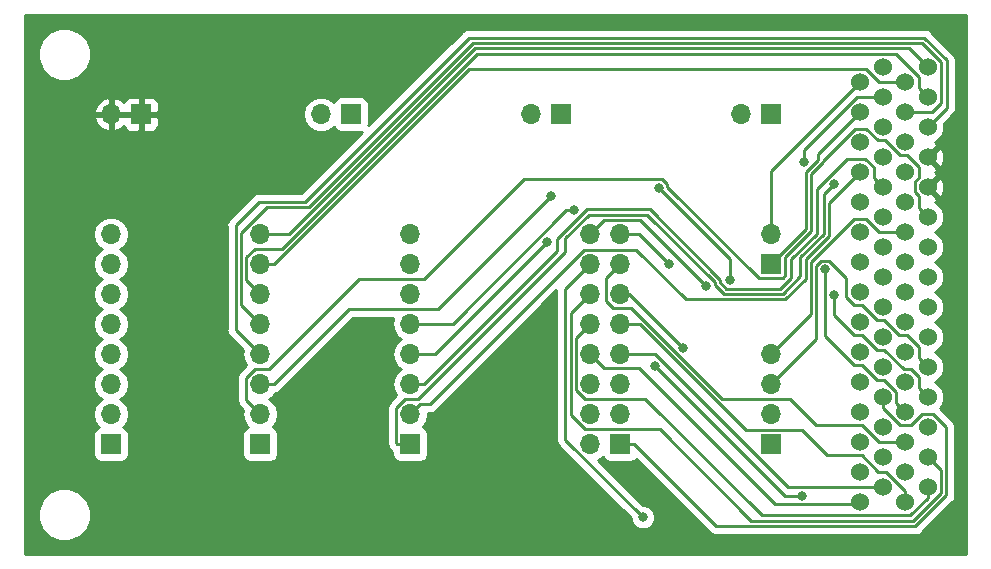
<source format=gbl>
G04 #@! TF.GenerationSoftware,KiCad,Pcbnew,5.0.0-rc2-unknown-5c65881~65~ubuntu17.10.1*
G04 #@! TF.CreationDate,2018-06-23T17:31:34+02:00*
G04 #@! TF.ProjectId,breakout-board,627265616B6F75742D626F6172642E6B,rev?*
G04 #@! TF.SameCoordinates,Original*
G04 #@! TF.FileFunction,Copper,L2,Bot,Signal*
G04 #@! TF.FilePolarity,Positive*
%FSLAX46Y46*%
G04 Gerber Fmt 4.6, Leading zero omitted, Abs format (unit mm)*
G04 Created by KiCad (PCBNEW 5.0.0-rc2-unknown-5c65881~65~ubuntu17.10.1) date Sat Jun 23 17:31:34 2018*
%MOMM*%
%LPD*%
G01*
G04 APERTURE LIST*
G04 #@! TA.AperFunction,ComponentPad*
%ADD10O,1.700000X1.700000*%
G04 #@! TD*
G04 #@! TA.AperFunction,ComponentPad*
%ADD11R,1.700000X1.700000*%
G04 #@! TD*
G04 #@! TA.AperFunction,ComponentPad*
%ADD12C,1.524000*%
G04 #@! TD*
G04 #@! TA.AperFunction,ViaPad*
%ADD13C,0.800000*%
G04 #@! TD*
G04 #@! TA.AperFunction,Conductor*
%ADD14C,0.250000*%
G04 #@! TD*
G04 #@! TA.AperFunction,Conductor*
%ADD15C,0.254000*%
G04 #@! TD*
G04 APERTURE END LIST*
D10*
G04 #@! TO.P,J1,4*
G04 #@! TO.N,/NC4*
X116840000Y-152400000D03*
G04 #@! TO.P,J1,3*
G04 #@! TO.N,/NC3*
X116840000Y-154940000D03*
G04 #@! TO.P,J1,2*
G04 #@! TO.N,/NC2*
X116840000Y-157480000D03*
D11*
G04 #@! TO.P,J1,1*
G04 #@! TO.N,/NC1*
X116840000Y-160020000D03*
G04 #@! TD*
G04 #@! TO.P,J2,1*
G04 #@! TO.N,/PB0*
X60960000Y-160020000D03*
D10*
G04 #@! TO.P,J2,2*
G04 #@! TO.N,/PC7*
X60960000Y-157480000D03*
G04 #@! TO.P,J2,3*
G04 #@! TO.N,/PV*
X60960000Y-154940000D03*
G04 #@! TO.P,J2,4*
G04 #@! TO.N,/PU*
X60960000Y-152400000D03*
G04 #@! TO.P,J2,5*
G04 #@! TO.N,/~INHIBIT*
X60960000Y-149860000D03*
G04 #@! TO.P,J2,6*
G04 #@! TO.N,/~WEX*
X60960000Y-147320000D03*
G04 #@! TO.P,J2,7*
G04 #@! TO.N,/W1*
X60960000Y-144780000D03*
G04 #@! TO.P,J2,8*
G04 #@! TO.N,/INT*
X60960000Y-142240000D03*
G04 #@! TD*
G04 #@! TO.P,J3,8*
G04 #@! TO.N,/OD*
X73580000Y-142240000D03*
G04 #@! TO.P,J3,7*
G04 #@! TO.N,/ME1*
X73580000Y-144780000D03*
G04 #@! TO.P,J3,6*
G04 #@! TO.N,/DME1*
X73580000Y-147320000D03*
G04 #@! TO.P,J3,5*
G04 #@! TO.N,/RW*
X73580000Y-149860000D03*
G04 #@! TO.P,J3,4*
G04 #@! TO.N,/DME0*
X73580000Y-152400000D03*
G04 #@! TO.P,J3,3*
G04 #@! TO.N,/\03A6OS*
X73580000Y-154940000D03*
G04 #@! TO.P,J3,2*
G04 #@! TO.N,/BFO*
X73580000Y-157480000D03*
D11*
G04 #@! TO.P,J3,1*
G04 #@! TO.N,/PB1*
X73580000Y-160020000D03*
G04 #@! TD*
G04 #@! TO.P,J4,1*
G04 #@! TO.N,/~CMTIN*
X116840000Y-144780000D03*
D10*
G04 #@! TO.P,J4,2*
G04 #@! TO.N,/CMTOUT*
X116840000Y-142240000D03*
G04 #@! TD*
D11*
G04 #@! TO.P,J5,1*
G04 #@! TO.N,/AD0*
X104060000Y-160020000D03*
D10*
G04 #@! TO.P,J5,2*
G04 #@! TO.N,/AD1*
X101520000Y-160020000D03*
G04 #@! TO.P,J5,3*
G04 #@! TO.N,/AD2*
X104060000Y-157480000D03*
G04 #@! TO.P,J5,4*
G04 #@! TO.N,/AD3*
X101520000Y-157480000D03*
G04 #@! TO.P,J5,5*
G04 #@! TO.N,/AD4*
X104060000Y-154940000D03*
G04 #@! TO.P,J5,6*
G04 #@! TO.N,/AD5*
X101520000Y-154940000D03*
G04 #@! TO.P,J5,7*
G04 #@! TO.N,/AD6*
X104060000Y-152400000D03*
G04 #@! TO.P,J5,8*
G04 #@! TO.N,/AD7*
X101520000Y-152400000D03*
G04 #@! TO.P,J5,9*
G04 #@! TO.N,/AD8*
X104060000Y-149860000D03*
G04 #@! TO.P,J5,10*
G04 #@! TO.N,/AD9*
X101520000Y-149860000D03*
G04 #@! TO.P,J5,11*
G04 #@! TO.N,/AD10*
X104060000Y-147320000D03*
G04 #@! TO.P,J5,12*
G04 #@! TO.N,/AD11*
X101520000Y-147320000D03*
G04 #@! TO.P,J5,13*
G04 #@! TO.N,/AD12*
X104060000Y-144780000D03*
G04 #@! TO.P,J5,14*
G04 #@! TO.N,/AD13*
X101520000Y-144780000D03*
G04 #@! TO.P,J5,15*
G04 #@! TO.N,/AD14*
X104060000Y-142240000D03*
G04 #@! TO.P,J5,16*
G04 #@! TO.N,/AD15*
X101520000Y-142240000D03*
G04 #@! TD*
D11*
G04 #@! TO.P,J6,1*
G04 #@! TO.N,/D0*
X86280000Y-160020000D03*
D10*
G04 #@! TO.P,J6,2*
G04 #@! TO.N,/D1*
X86280000Y-157480000D03*
G04 #@! TO.P,J6,3*
G04 #@! TO.N,/D2*
X86280000Y-154940000D03*
G04 #@! TO.P,J6,4*
G04 #@! TO.N,/D3*
X86280000Y-152400000D03*
G04 #@! TO.P,J6,5*
G04 #@! TO.N,/D4*
X86280000Y-149860000D03*
G04 #@! TO.P,J6,6*
G04 #@! TO.N,/D5*
X86280000Y-147320000D03*
G04 #@! TO.P,J6,7*
G04 #@! TO.N,/D6*
X86280000Y-144780000D03*
G04 #@! TO.P,J6,8*
G04 #@! TO.N,/D7*
X86280000Y-142240000D03*
G04 #@! TD*
D11*
G04 #@! TO.P,J7,1*
G04 #@! TO.N,/FGND*
X116840000Y-132080000D03*
D10*
G04 #@! TO.P,J7,2*
X114300000Y-132080000D03*
G04 #@! TD*
G04 #@! TO.P,J8,2*
G04 #@! TO.N,+4V7*
X78740000Y-132080000D03*
D11*
G04 #@! TO.P,J8,1*
X81280000Y-132080000D03*
G04 #@! TD*
D10*
G04 #@! TO.P,J9,2*
G04 #@! TO.N,+BATT*
X96520000Y-132080000D03*
D11*
G04 #@! TO.P,J9,1*
X99060000Y-132080000D03*
G04 #@! TD*
G04 #@! TO.P,J10,1*
G04 #@! TO.N,GND*
X63500000Y-132080000D03*
D10*
G04 #@! TO.P,J10,2*
X60960000Y-132080000D03*
G04 #@! TD*
D12*
G04 #@! TO.P,P1,1*
G04 #@! TO.N,/AD7*
X124385000Y-164930000D03*
G04 #@! TO.P,P1,2*
G04 #@! TO.N,/AD6*
X126290000Y-163660000D03*
G04 #@! TO.P,P1,3*
G04 #@! TO.N,/AD5*
X124385000Y-162390000D03*
G04 #@! TO.P,P1,4*
G04 #@! TO.N,/AD4*
X126290000Y-161120000D03*
G04 #@! TO.P,P1,5*
G04 #@! TO.N,/AD3*
X124385000Y-159850000D03*
G04 #@! TO.P,P1,6*
G04 #@! TO.N,/AD2*
X126290000Y-158580000D03*
G04 #@! TO.P,P1,7*
G04 #@! TO.N,/AD1*
X124385000Y-157310000D03*
G04 #@! TO.P,P1,8*
G04 #@! TO.N,/AD0*
X126290000Y-156040000D03*
G04 #@! TO.P,P1,9*
G04 #@! TO.N,/PB0*
X124385000Y-154770000D03*
G04 #@! TO.P,P1,10*
G04 #@! TO.N,/PC7*
X126290000Y-153500000D03*
G04 #@! TO.P,P1,11*
G04 #@! TO.N,+4V7*
X124385000Y-152230000D03*
G04 #@! TO.P,P1,12*
X126290000Y-150960000D03*
G04 #@! TO.P,P1,13*
G04 #@! TO.N,/NC1*
X124385000Y-149690000D03*
G04 #@! TO.P,P1,14*
G04 #@! TO.N,/NC2*
X126290000Y-148420000D03*
G04 #@! TO.P,P1,15*
G04 #@! TO.N,/PV*
X124385000Y-147150000D03*
G04 #@! TO.P,P1,16*
G04 #@! TO.N,/PU*
X126290000Y-145880000D03*
G04 #@! TO.P,P1,17*
G04 #@! TO.N,/D7*
X124385000Y-144610000D03*
G04 #@! TO.P,P1,18*
G04 #@! TO.N,/D6*
X126290000Y-143340000D03*
G04 #@! TO.P,P1,19*
G04 #@! TO.N,/D5*
X124385000Y-142070000D03*
G04 #@! TO.P,P1,20*
G04 #@! TO.N,/D4*
X126290000Y-140800000D03*
G04 #@! TO.P,P1,21*
G04 #@! TO.N,/D3*
X124385000Y-139530000D03*
G04 #@! TO.P,P1,22*
G04 #@! TO.N,/D2*
X126290000Y-138260000D03*
G04 #@! TO.P,P1,23*
G04 #@! TO.N,/D1*
X124385000Y-136990000D03*
G04 #@! TO.P,P1,24*
G04 #@! TO.N,/D0*
X126290000Y-135720000D03*
G04 #@! TO.P,P1,25*
G04 #@! TO.N,/~INHIBIT*
X124385000Y-134450000D03*
G04 #@! TO.P,P1,26*
G04 #@! TO.N,/~WEX*
X126290000Y-133180000D03*
G04 #@! TO.P,P1,27*
G04 #@! TO.N,/~CMTIN*
X124385000Y-131910000D03*
G04 #@! TO.P,P1,28*
G04 #@! TO.N,/W1*
X126290000Y-130640000D03*
G04 #@! TO.P,P1,29*
G04 #@! TO.N,/CMTOUT*
X124385000Y-129370000D03*
G04 #@! TO.P,P1,30*
G04 #@! TO.N,/INT*
X126290000Y-128100000D03*
G04 #@! TO.P,P1,31*
G04 #@! TO.N,/AD8*
X128195000Y-164930000D03*
G04 #@! TO.P,P1,32*
G04 #@! TO.N,/AD9*
X130100000Y-163660000D03*
G04 #@! TO.P,P1,33*
G04 #@! TO.N,/AD10*
X128195000Y-162390000D03*
G04 #@! TO.P,P1,34*
G04 #@! TO.N,/AD11*
X130100000Y-161120000D03*
G04 #@! TO.P,P1,35*
G04 #@! TO.N,/AD12*
X128195000Y-159850000D03*
G04 #@! TO.P,P1,36*
G04 #@! TO.N,/AD13*
X130100000Y-158580000D03*
G04 #@! TO.P,P1,37*
G04 #@! TO.N,/AD14*
X128195000Y-157310000D03*
G04 #@! TO.P,P1,38*
G04 #@! TO.N,/AD15*
X130100000Y-156040000D03*
G04 #@! TO.P,P1,39*
G04 #@! TO.N,/PB1*
X128195000Y-154770000D03*
G04 #@! TO.P,P1,40*
G04 #@! TO.N,/NC3*
X130100000Y-153500000D03*
G04 #@! TO.P,P1,41*
G04 #@! TO.N,+4V7*
X128195000Y-152230000D03*
G04 #@! TO.P,P1,42*
X130100000Y-150960000D03*
G04 #@! TO.P,P1,43*
G04 #@! TO.N,/FGND*
X128195000Y-149690000D03*
G04 #@! TO.P,P1,44*
G04 #@! TO.N,+BATT*
X130100000Y-148420000D03*
G04 #@! TO.P,P1,45*
X128195000Y-147150000D03*
G04 #@! TO.P,P1,46*
X130100000Y-145880000D03*
G04 #@! TO.P,P1,47*
X128195000Y-144610000D03*
G04 #@! TO.P,P1,48*
X130100000Y-143340000D03*
G04 #@! TO.P,P1,49*
G04 #@! TO.N,/NC4*
X128195000Y-142070000D03*
G04 #@! TO.P,P1,50*
G04 #@! TO.N,/BFO*
X130100000Y-140800000D03*
G04 #@! TO.P,P1,51*
G04 #@! TO.N,/\03A6OS*
X128195000Y-139530000D03*
G04 #@! TO.P,P1,52*
G04 #@! TO.N,GND*
X130100000Y-138260000D03*
G04 #@! TO.P,P1,53*
X128195000Y-136990000D03*
G04 #@! TO.P,P1,54*
X130100000Y-135720000D03*
G04 #@! TO.P,P1,55*
X128195000Y-134450000D03*
G04 #@! TO.P,P1,56*
G04 #@! TO.N,/DME0*
X130100000Y-133180000D03*
G04 #@! TO.P,P1,57*
G04 #@! TO.N,/RW*
X128195000Y-131910000D03*
G04 #@! TO.P,P1,58*
G04 #@! TO.N,/DME1*
X130100000Y-130640000D03*
G04 #@! TO.P,P1,59*
G04 #@! TO.N,/ME1*
X128195000Y-129370000D03*
G04 #@! TO.P,P1,60*
G04 #@! TO.N,/OD*
X130100000Y-128100000D03*
G04 #@! TD*
D13*
G04 #@! TO.N,/W1*
X119647600Y-136131800D03*
G04 #@! TO.N,/\03A6OS*
X98234800Y-139041000D03*
G04 #@! TO.N,/AD10*
X109391700Y-151865500D03*
X107030100Y-153406100D03*
X119501100Y-164373100D03*
G04 #@! TO.N,/AD13*
X105979000Y-166207900D03*
G04 #@! TO.N,/AD14*
X108172500Y-144787600D03*
X121406600Y-145195700D03*
G04 #@! TO.N,/AD15*
X111340500Y-146641700D03*
X122131610Y-147391500D03*
G04 #@! TO.N,/D0*
X122181500Y-137976300D03*
G04 #@! TO.N,/D3*
X97899788Y-142879989D03*
G04 #@! TO.N,/D4*
X100132500Y-140232600D03*
G04 #@! TO.N,/D7*
X107347100Y-138315700D03*
X113348800Y-146124200D03*
G04 #@! TD*
D14*
G04 #@! TO.N,/NC4*
X123884901Y-140982999D02*
X120231000Y-144636900D01*
X124864237Y-140982999D02*
X123884901Y-140982999D01*
X120231000Y-149009000D02*
X116840000Y-152400000D01*
X128195000Y-142070000D02*
X125951238Y-142070000D01*
X125951238Y-142070000D02*
X124864237Y-140982999D01*
X120231000Y-144636900D02*
X120231000Y-149009000D01*
G04 #@! TO.N,/NC3*
X121707100Y-144470400D02*
X121106200Y-144470400D01*
X120681300Y-151098700D02*
X116840000Y-154940000D01*
X123192700Y-145956000D02*
X121707100Y-144470400D01*
X120681300Y-144895300D02*
X120681300Y-151098700D01*
X121106200Y-144470400D02*
X120681300Y-144895300D01*
X123192700Y-147566462D02*
X123192700Y-145956000D01*
X123863239Y-148237001D02*
X123192700Y-147566462D01*
X125810763Y-149507001D02*
X124540763Y-148237001D01*
X126403239Y-149507001D02*
X125810763Y-149507001D01*
X124540763Y-148237001D02*
X123863239Y-148237001D01*
X127673239Y-150777001D02*
X126403239Y-149507001D01*
X128350763Y-150777001D02*
X127673239Y-150777001D01*
X129338001Y-151764239D02*
X128350763Y-150777001D01*
X129338001Y-152738001D02*
X129338001Y-151764239D01*
X130100000Y-153500000D02*
X129338001Y-152738001D01*
G04 #@! TO.N,/W1*
X126290000Y-130640000D02*
X124095900Y-130640000D01*
X124095900Y-130640000D02*
X119647600Y-135088300D01*
X119647600Y-135088300D02*
X119647600Y-136131800D01*
G04 #@! TO.N,/OD*
X76032822Y-142240000D02*
X91752922Y-126519900D01*
X128519900Y-126519900D02*
X129338001Y-127338001D01*
X129338001Y-127338001D02*
X130100000Y-128100000D01*
X91752922Y-126519900D02*
X128519900Y-126519900D01*
X73580000Y-142240000D02*
X76032822Y-142240000D01*
G04 #@! TO.N,/ME1*
X74782081Y-144780000D02*
X91290881Y-128271200D01*
X91290881Y-128271200D02*
X124873800Y-128271200D01*
X73580000Y-144780000D02*
X74782081Y-144780000D01*
X124873800Y-128271200D02*
X125972600Y-129370000D01*
X127117370Y-129370000D02*
X128195000Y-129370000D01*
X125972600Y-129370000D02*
X127117370Y-129370000D01*
G04 #@! TO.N,/DME1*
X72404999Y-144215999D02*
X73120998Y-143500000D01*
X73120998Y-143500000D02*
X75409233Y-143500000D01*
X129338001Y-129878001D02*
X130100000Y-130640000D01*
X127382700Y-126970200D02*
X129338001Y-128925501D01*
X129338001Y-128925501D02*
X129338001Y-129878001D01*
X91939033Y-126970200D02*
X127382700Y-126970200D01*
X73580000Y-147320000D02*
X72404999Y-146144999D01*
X72404999Y-146144999D02*
X72404999Y-144215999D01*
X75409233Y-143500000D02*
X91939033Y-126970200D01*
G04 #@! TO.N,/RW*
X131220300Y-127664900D02*
X129613600Y-126058200D01*
X74130987Y-139950011D02*
X71954988Y-142126010D01*
X91578211Y-126058200D02*
X77686400Y-139950011D01*
X128195000Y-131910000D02*
X130455100Y-131910000D01*
X130455100Y-131910000D02*
X131220300Y-131144800D01*
X71954988Y-142126010D02*
X71954988Y-148234988D01*
X129613600Y-126058200D02*
X91578211Y-126058200D01*
X72730001Y-149010001D02*
X73580000Y-149860000D01*
X131220300Y-131144800D02*
X131220300Y-127664900D01*
X71954988Y-148234988D02*
X72730001Y-149010001D01*
X77686400Y-139950011D02*
X74130987Y-139950011D01*
G04 #@! TO.N,/DME0*
X131719200Y-131560800D02*
X130100000Y-133180000D01*
X131719200Y-127526800D02*
X131719200Y-131560800D01*
X129800200Y-125607800D02*
X131719200Y-127526800D01*
X91250000Y-125607800D02*
X129800200Y-125607800D01*
X77357800Y-139500000D02*
X91250000Y-125607800D01*
X77357800Y-139500000D02*
X73500000Y-139500000D01*
X73500000Y-139500000D02*
X71504977Y-141495023D01*
X71504977Y-150324977D02*
X71504977Y-141495023D01*
X73580000Y-152400000D02*
X71504977Y-150324977D01*
G04 #@! TO.N,/\03A6OS*
X74755300Y-154940000D02*
X81105300Y-148590000D01*
X81105300Y-148590000D02*
X88685800Y-148590000D01*
X88685800Y-148590000D02*
X98234800Y-139041000D01*
X73580000Y-154940000D02*
X74755300Y-154940000D01*
G04 #@! TO.N,/BFO*
X73136300Y-153670000D02*
X72404999Y-154401301D01*
X120255911Y-137186189D02*
X120255911Y-142000500D01*
X115823800Y-145972500D02*
X108072400Y-138221100D01*
X120255911Y-142000500D02*
X118058300Y-144198110D01*
X74304800Y-153670000D02*
X73136300Y-153670000D01*
X125862900Y-134290600D02*
X124911900Y-133339600D01*
X129338001Y-140038001D02*
X129338001Y-139035701D01*
X81924800Y-146050000D02*
X74304800Y-153670000D01*
X121270000Y-136172100D02*
X120255911Y-137186189D01*
X117819700Y-145972500D02*
X115823800Y-145972500D01*
X127767900Y-135560600D02*
X126497900Y-134290600D01*
X126497900Y-134290600D02*
X125862900Y-134290600D01*
X72730001Y-156630001D02*
X73580000Y-157480000D01*
X129003000Y-137769500D02*
X129329600Y-137442900D01*
X130100000Y-140800000D02*
X129338001Y-140038001D01*
X129338001Y-139035701D02*
X129003000Y-138700700D01*
X129003000Y-138700700D02*
X129003000Y-137769500D01*
X129329600Y-137442900D02*
X129329600Y-136537100D01*
X95915000Y-137590400D02*
X87455400Y-146050000D01*
X129329600Y-136537100D02*
X128353100Y-135560600D01*
X123956300Y-133339600D02*
X121270000Y-136025900D01*
X128353100Y-135560600D02*
X127767900Y-135560600D01*
X124911900Y-133339600D02*
X123956300Y-133339600D01*
X121270000Y-136025900D02*
X121270000Y-136172100D01*
X118058300Y-144198110D02*
X118058300Y-145733900D01*
X118058300Y-145733900D02*
X117819700Y-145972500D01*
X108072400Y-138221100D02*
X108072400Y-138015200D01*
X108072400Y-138015200D02*
X107647600Y-137590400D01*
X107647600Y-137590400D02*
X95915000Y-137590400D01*
X87455400Y-146050000D02*
X81924800Y-146050000D01*
X72404999Y-154401301D02*
X72404999Y-156304999D01*
X72404999Y-156304999D02*
X72730001Y-156630001D01*
G04 #@! TO.N,/~CMTIN*
X119805900Y-136999300D02*
X119805900Y-141814100D01*
X124385000Y-131910000D02*
X120819700Y-135475300D01*
X120819700Y-135475300D02*
X120819700Y-135985500D01*
X120819700Y-135985500D02*
X119805900Y-136999300D01*
X119805900Y-141814100D02*
X116840000Y-144780000D01*
G04 #@! TO.N,/CMTOUT*
X124385000Y-129370000D02*
X116840000Y-136915000D01*
X116840000Y-136915000D02*
X116840000Y-142240000D01*
G04 #@! TO.N,/AD0*
X104060000Y-160020000D02*
X105235300Y-160020000D01*
X126290000Y-156040000D02*
X126290000Y-156942800D01*
X126290000Y-156942800D02*
X127746300Y-158399100D01*
X127746300Y-158399100D02*
X128693300Y-158399100D01*
X128693300Y-158399100D02*
X129636000Y-157456400D01*
X129636000Y-157456400D02*
X130535400Y-157456400D01*
X130535400Y-157456400D02*
X131664000Y-158585000D01*
X131664000Y-158585000D02*
X131664000Y-164341000D01*
X131664000Y-164341000D02*
X129037600Y-166967400D01*
X129037600Y-166967400D02*
X112182700Y-166967400D01*
X112182700Y-166967400D02*
X105235300Y-160020000D01*
G04 #@! TO.N,/AD6*
X126290000Y-163660000D02*
X126277800Y-163647800D01*
X126277800Y-163647800D02*
X118297600Y-163647800D01*
X118297600Y-163647800D02*
X107049800Y-152400000D01*
X107049800Y-152400000D02*
X104060000Y-152400000D01*
G04 #@! TO.N,/AD7*
X105631400Y-153575300D02*
X117154500Y-165098400D01*
X117154500Y-165098400D02*
X124216600Y-165098400D01*
X124216600Y-165098400D02*
X124385000Y-164930000D01*
X102695300Y-153575300D02*
X101520000Y-152400000D01*
X105631400Y-153575300D02*
X102695300Y-153575300D01*
G04 #@! TO.N,/AD8*
X104060000Y-149860000D02*
X105723600Y-149860000D01*
X105723600Y-149860000D02*
X114708200Y-158844600D01*
X114708200Y-158844600D02*
X119472900Y-158844600D01*
X119472900Y-158844600D02*
X121598400Y-160970100D01*
X121598400Y-160970100D02*
X124502900Y-160970100D01*
X124502900Y-160970100D02*
X125922800Y-162390000D01*
X125922800Y-162390000D02*
X126607700Y-162390000D01*
X126607700Y-162390000D02*
X128195000Y-163977300D01*
X128195000Y-163977300D02*
X128195000Y-164930000D01*
G04 #@! TO.N,/AD9*
X130100000Y-163660000D02*
X130100000Y-164566100D01*
X130100000Y-164566100D02*
X128611000Y-166055100D01*
X128611000Y-166055100D02*
X116034400Y-166055100D01*
X116034400Y-166055100D02*
X106189300Y-156210000D01*
X106189300Y-156210000D02*
X101084000Y-156210000D01*
X100344999Y-155470999D02*
X100344999Y-151035001D01*
X100670001Y-150709999D02*
X101520000Y-149860000D01*
X100344999Y-151035001D02*
X100670001Y-150709999D01*
X101084000Y-156210000D02*
X100344999Y-155470999D01*
G04 #@! TO.N,/AD10*
X119501100Y-164373100D02*
X117997100Y-164373100D01*
X117997100Y-164373100D02*
X107030100Y-153406100D01*
X104846200Y-147320000D02*
X104060000Y-147320000D01*
X109391700Y-151865500D02*
X104846200Y-147320000D01*
G04 #@! TO.N,/AD11*
X130100000Y-161120000D02*
X131194200Y-162214200D01*
X131194200Y-162214200D02*
X131194200Y-164145900D01*
X131194200Y-164145900D02*
X128823100Y-166517000D01*
X128823100Y-166517000D02*
X115179800Y-166517000D01*
X115179800Y-166517000D02*
X107412800Y-158750000D01*
X107412800Y-158750000D02*
X101077200Y-158750000D01*
X101077200Y-158750000D02*
X99889900Y-157562700D01*
X99889900Y-148950100D02*
X101520000Y-147320000D01*
X99889900Y-157562700D02*
X99889900Y-148950100D01*
G04 #@! TO.N,/AD12*
X104996000Y-148495500D02*
X112710500Y-156210000D01*
X112710500Y-156210000D02*
X118409000Y-156210000D01*
X118409000Y-156210000D02*
X120629200Y-158430200D01*
X120629200Y-158430200D02*
X124552800Y-158430200D01*
X124552800Y-158430200D02*
X125972600Y-159850000D01*
X125972600Y-159850000D02*
X128195000Y-159850000D01*
X103210001Y-145629999D02*
X104060000Y-144780000D01*
X102884999Y-145955001D02*
X103210001Y-145629999D01*
X102884999Y-147884001D02*
X102884999Y-145955001D01*
X103496498Y-148495500D02*
X102884999Y-147884001D01*
X104996000Y-148495500D02*
X103496498Y-148495500D01*
G04 #@! TO.N,/AD13*
X99407200Y-159636100D02*
X105979000Y-166207900D01*
X99407200Y-146892800D02*
X101520000Y-144780000D01*
X99407200Y-159636100D02*
X99407200Y-146892800D01*
G04 #@! TO.N,/AD14*
X108172500Y-144787600D02*
X105624900Y-142240000D01*
X105624900Y-142240000D02*
X104060000Y-142240000D01*
X123863239Y-153317001D02*
X121406600Y-150860362D01*
X124540763Y-153317001D02*
X123863239Y-153317001D01*
X125810763Y-154587001D02*
X124540763Y-153317001D01*
X126445763Y-154587001D02*
X125810763Y-154587001D01*
X121406600Y-145761385D02*
X121406600Y-145195700D01*
X127433001Y-155574239D02*
X126445763Y-154587001D01*
X121406600Y-150860362D02*
X121406600Y-145761385D01*
X127433001Y-156548001D02*
X127433001Y-155574239D01*
X128195000Y-157310000D02*
X127433001Y-156548001D01*
G04 #@! TO.N,/AD15*
X105726600Y-141027800D02*
X111340500Y-146641700D01*
X102732200Y-141027800D02*
X105726600Y-141027800D01*
X101520000Y-142240000D02*
X102732200Y-141027800D01*
X130100000Y-156040000D02*
X129338001Y-155278001D01*
X128716761Y-153682999D02*
X128081761Y-153682999D01*
X126445763Y-152047001D02*
X125810763Y-152047001D01*
X129338001Y-155278001D02*
X129338001Y-154304239D01*
X122131610Y-149045372D02*
X122131610Y-147957185D01*
X122131610Y-147957185D02*
X122131610Y-147391500D01*
X124540763Y-150777001D02*
X123863239Y-150777001D01*
X125810763Y-152047001D02*
X124540763Y-150777001D01*
X128081761Y-153682999D02*
X126445763Y-152047001D01*
X123863239Y-150777001D02*
X122131610Y-149045372D01*
X129338001Y-154304239D02*
X128716761Y-153682999D01*
G04 #@! TO.N,/D0*
X99426100Y-142601900D02*
X99426100Y-143735200D01*
X101450500Y-140577500D02*
X99426100Y-142601900D01*
X85180000Y-160020000D02*
X86280000Y-160020000D01*
X85104700Y-156991600D02*
X85104700Y-159944700D01*
X85886300Y-156210000D02*
X85104700Y-156991600D01*
X86951300Y-156210000D02*
X85886300Y-156210000D01*
X106367900Y-140577500D02*
X101450500Y-140577500D01*
X112071300Y-146509300D02*
X112071300Y-146280900D01*
X112861800Y-147299800D02*
X112071300Y-146509300D01*
X85104700Y-159944700D02*
X85180000Y-160020000D01*
X121340400Y-142188830D02*
X119330400Y-144198830D01*
X119330400Y-145815100D02*
X117845700Y-147299800D01*
X121340400Y-138817400D02*
X121340400Y-142188830D01*
X117845700Y-147299800D02*
X112861800Y-147299800D01*
X119330400Y-144198830D02*
X119330400Y-145815100D01*
X112071300Y-146280900D02*
X106367900Y-140577500D01*
X99426100Y-143735200D02*
X86951300Y-156210000D01*
X122181500Y-137976300D02*
X121340400Y-138817400D01*
G04 #@! TO.N,/D1*
X101005000Y-143563000D02*
X105430300Y-143563000D01*
X86280000Y-157480000D02*
X87129999Y-156630001D01*
X123623001Y-137751999D02*
X124385000Y-136990000D01*
X121790800Y-139584200D02*
X123623001Y-137751999D01*
X121790800Y-142374841D02*
X121790800Y-139584200D01*
X119780700Y-144384941D02*
X121790800Y-142374841D01*
X119780700Y-146001700D02*
X119780700Y-144384941D01*
X109617400Y-147750100D02*
X118032300Y-147750100D01*
X87937999Y-156630001D02*
X101005000Y-143563000D01*
X87129999Y-156630001D02*
X87937999Y-156630001D01*
X118032300Y-147750100D02*
X119780700Y-146001700D01*
X105430300Y-143563000D02*
X109617400Y-147750100D01*
G04 #@! TO.N,/D2*
X117579600Y-146849500D02*
X113048400Y-146849500D01*
X118508600Y-145920500D02*
X117579600Y-146849500D01*
X118508600Y-144384220D02*
X118508600Y-145920500D01*
X120705922Y-138426178D02*
X120705922Y-142186900D01*
X124828300Y-135895300D02*
X123236800Y-135895300D01*
X125528001Y-136595001D02*
X124828300Y-135895300D01*
X120705922Y-142186900D02*
X118508600Y-144384220D01*
X126290000Y-138260000D02*
X125528001Y-137498001D01*
X125528001Y-137498001D02*
X125528001Y-136595001D01*
X112521600Y-146094300D02*
X106554500Y-140127200D01*
X123236800Y-135895300D02*
X120705922Y-138426178D01*
X98750700Y-142640400D02*
X98750700Y-143671381D01*
X87482081Y-154940000D02*
X86280000Y-154940000D01*
X98750700Y-143671381D02*
X87482081Y-154940000D01*
X113048400Y-146849500D02*
X112521600Y-146322700D01*
X106554500Y-140127200D02*
X101263900Y-140127200D01*
X101263900Y-140127200D02*
X98750700Y-142640400D01*
X112521600Y-146322700D02*
X112521600Y-146094300D01*
G04 #@! TO.N,/D3*
X86280000Y-152400000D02*
X88379777Y-152400000D01*
X97499789Y-143279988D02*
X97899788Y-142879989D01*
X88379777Y-152400000D02*
X97499789Y-143279988D01*
G04 #@! TO.N,/D4*
X87482081Y-149860000D02*
X86280000Y-149860000D01*
X89889501Y-149860000D02*
X87482081Y-149860000D01*
X100132500Y-140232600D02*
X99516901Y-140232600D01*
X99516901Y-140232600D02*
X89889501Y-149860000D01*
G04 #@! TO.N,/D7*
X113348800Y-146124200D02*
X113348800Y-144317400D01*
X113348800Y-144317400D02*
X107347100Y-138315700D01*
G04 #@! TD*
D15*
G04 #@! TO.N,GND*
G36*
X133315001Y-169315000D02*
X53685000Y-169315000D01*
X53685000Y-165555431D01*
X54765000Y-165555431D01*
X54765000Y-166444569D01*
X55105259Y-167266026D01*
X55733974Y-167894741D01*
X56555431Y-168235000D01*
X57444569Y-168235000D01*
X58266026Y-167894741D01*
X58894741Y-167266026D01*
X59235000Y-166444569D01*
X59235000Y-165555431D01*
X58894741Y-164733974D01*
X58266026Y-164105259D01*
X57444569Y-163765000D01*
X56555431Y-163765000D01*
X55733974Y-164105259D01*
X55105259Y-164733974D01*
X54765000Y-165555431D01*
X53685000Y-165555431D01*
X53685000Y-142240000D01*
X59445908Y-142240000D01*
X59561161Y-142819418D01*
X59889375Y-143310625D01*
X60187761Y-143510000D01*
X59889375Y-143709375D01*
X59561161Y-144200582D01*
X59445908Y-144780000D01*
X59561161Y-145359418D01*
X59889375Y-145850625D01*
X60187761Y-146050000D01*
X59889375Y-146249375D01*
X59561161Y-146740582D01*
X59445908Y-147320000D01*
X59561161Y-147899418D01*
X59889375Y-148390625D01*
X60187761Y-148590000D01*
X59889375Y-148789375D01*
X59561161Y-149280582D01*
X59445908Y-149860000D01*
X59561161Y-150439418D01*
X59889375Y-150930625D01*
X60187761Y-151130000D01*
X59889375Y-151329375D01*
X59561161Y-151820582D01*
X59445908Y-152400000D01*
X59561161Y-152979418D01*
X59889375Y-153470625D01*
X60187761Y-153670000D01*
X59889375Y-153869375D01*
X59561161Y-154360582D01*
X59445908Y-154940000D01*
X59561161Y-155519418D01*
X59889375Y-156010625D01*
X60187761Y-156210000D01*
X59889375Y-156409375D01*
X59561161Y-156900582D01*
X59445908Y-157480000D01*
X59561161Y-158059418D01*
X59889375Y-158550625D01*
X59907619Y-158562816D01*
X59862235Y-158571843D01*
X59652191Y-158712191D01*
X59511843Y-158922235D01*
X59462560Y-159170000D01*
X59462560Y-160870000D01*
X59511843Y-161117765D01*
X59652191Y-161327809D01*
X59862235Y-161468157D01*
X60110000Y-161517440D01*
X61810000Y-161517440D01*
X62057765Y-161468157D01*
X62267809Y-161327809D01*
X62408157Y-161117765D01*
X62457440Y-160870000D01*
X62457440Y-159170000D01*
X62408157Y-158922235D01*
X62267809Y-158712191D01*
X62057765Y-158571843D01*
X62012381Y-158562816D01*
X62030625Y-158550625D01*
X62358839Y-158059418D01*
X62474092Y-157480000D01*
X62358839Y-156900582D01*
X62030625Y-156409375D01*
X61732239Y-156210000D01*
X62030625Y-156010625D01*
X62358839Y-155519418D01*
X62474092Y-154940000D01*
X62358839Y-154360582D01*
X62030625Y-153869375D01*
X61732239Y-153670000D01*
X62030625Y-153470625D01*
X62358839Y-152979418D01*
X62474092Y-152400000D01*
X62358839Y-151820582D01*
X62030625Y-151329375D01*
X61732239Y-151130000D01*
X62030625Y-150930625D01*
X62358839Y-150439418D01*
X62474092Y-149860000D01*
X62358839Y-149280582D01*
X62030625Y-148789375D01*
X61732239Y-148590000D01*
X62030625Y-148390625D01*
X62358839Y-147899418D01*
X62474092Y-147320000D01*
X62358839Y-146740582D01*
X62030625Y-146249375D01*
X61732239Y-146050000D01*
X62030625Y-145850625D01*
X62358839Y-145359418D01*
X62474092Y-144780000D01*
X62358839Y-144200582D01*
X62030625Y-143709375D01*
X61732239Y-143510000D01*
X62030625Y-143310625D01*
X62358839Y-142819418D01*
X62474092Y-142240000D01*
X62358839Y-141660582D01*
X62248217Y-141495023D01*
X70730089Y-141495023D01*
X70744978Y-141569875D01*
X70744977Y-150250130D01*
X70730089Y-150324977D01*
X70744977Y-150399824D01*
X70744977Y-150399828D01*
X70789073Y-150621513D01*
X70957048Y-150872906D01*
X71020507Y-150915308D01*
X72138791Y-152033592D01*
X72065908Y-152400000D01*
X72181161Y-152979418D01*
X72409839Y-153321659D01*
X71920529Y-153810970D01*
X71857070Y-153853372D01*
X71689095Y-154104765D01*
X71644999Y-154326450D01*
X71644999Y-154326454D01*
X71630111Y-154401301D01*
X71644999Y-154476148D01*
X71645000Y-156230147D01*
X71630111Y-156304999D01*
X71645000Y-156379851D01*
X71678447Y-156548001D01*
X71689096Y-156601536D01*
X71813562Y-156787812D01*
X71857071Y-156852928D01*
X71920527Y-156895328D01*
X72138791Y-157113592D01*
X72065908Y-157480000D01*
X72181161Y-158059418D01*
X72509375Y-158550625D01*
X72527619Y-158562816D01*
X72482235Y-158571843D01*
X72272191Y-158712191D01*
X72131843Y-158922235D01*
X72082560Y-159170000D01*
X72082560Y-160870000D01*
X72131843Y-161117765D01*
X72272191Y-161327809D01*
X72482235Y-161468157D01*
X72730000Y-161517440D01*
X74430000Y-161517440D01*
X74677765Y-161468157D01*
X74887809Y-161327809D01*
X75028157Y-161117765D01*
X75077440Y-160870000D01*
X75077440Y-159170000D01*
X75028157Y-158922235D01*
X74887809Y-158712191D01*
X74677765Y-158571843D01*
X74632381Y-158562816D01*
X74650625Y-158550625D01*
X74978839Y-158059418D01*
X75094092Y-157480000D01*
X74978839Y-156900582D01*
X74650625Y-156409375D01*
X74352239Y-156210000D01*
X74650625Y-156010625D01*
X74862474Y-155693571D01*
X75051837Y-155655904D01*
X75303229Y-155487929D01*
X75345631Y-155424470D01*
X81420102Y-149350000D01*
X84867353Y-149350000D01*
X84765908Y-149860000D01*
X84881161Y-150439418D01*
X85209375Y-150930625D01*
X85507761Y-151130000D01*
X85209375Y-151329375D01*
X84881161Y-151820582D01*
X84765908Y-152400000D01*
X84881161Y-152979418D01*
X85209375Y-153470625D01*
X85507761Y-153670000D01*
X85209375Y-153869375D01*
X84881161Y-154360582D01*
X84765908Y-154940000D01*
X84881161Y-155519418D01*
X85129866Y-155891632D01*
X84620229Y-156401269D01*
X84556771Y-156443671D01*
X84388796Y-156695064D01*
X84344700Y-156916749D01*
X84344700Y-156916753D01*
X84329812Y-156991600D01*
X84344700Y-157066447D01*
X84344701Y-159869848D01*
X84329812Y-159944700D01*
X84388797Y-160241237D01*
X84497617Y-160404097D01*
X84556772Y-160492629D01*
X84601909Y-160522789D01*
X84632071Y-160567929D01*
X84782560Y-160668483D01*
X84782560Y-160870000D01*
X84831843Y-161117765D01*
X84972191Y-161327809D01*
X85182235Y-161468157D01*
X85430000Y-161517440D01*
X87130000Y-161517440D01*
X87377765Y-161468157D01*
X87587809Y-161327809D01*
X87728157Y-161117765D01*
X87777440Y-160870000D01*
X87777440Y-159170000D01*
X87728157Y-158922235D01*
X87587809Y-158712191D01*
X87377765Y-158571843D01*
X87332381Y-158562816D01*
X87350625Y-158550625D01*
X87678839Y-158059418D01*
X87794092Y-157480000D01*
X87776190Y-157390001D01*
X87863152Y-157390001D01*
X87937999Y-157404889D01*
X88012846Y-157390001D01*
X88012851Y-157390001D01*
X88234536Y-157345905D01*
X88485928Y-157177930D01*
X88528330Y-157114471D01*
X98647201Y-146995601D01*
X98647200Y-159561253D01*
X98632312Y-159636100D01*
X98647200Y-159710947D01*
X98647200Y-159710951D01*
X98691296Y-159932636D01*
X98859271Y-160184029D01*
X98922730Y-160226431D01*
X104944000Y-166247702D01*
X104944000Y-166413774D01*
X105101569Y-166794180D01*
X105392720Y-167085331D01*
X105773126Y-167242900D01*
X106184874Y-167242900D01*
X106565280Y-167085331D01*
X106856431Y-166794180D01*
X107014000Y-166413774D01*
X107014000Y-166002026D01*
X106856431Y-165621620D01*
X106565280Y-165330469D01*
X106184874Y-165172900D01*
X106018802Y-165172900D01*
X102198522Y-161352620D01*
X102590625Y-161090625D01*
X102602816Y-161072381D01*
X102611843Y-161117765D01*
X102752191Y-161327809D01*
X102962235Y-161468157D01*
X103210000Y-161517440D01*
X104910000Y-161517440D01*
X105157765Y-161468157D01*
X105367809Y-161327809D01*
X105408063Y-161267565D01*
X111592373Y-167451876D01*
X111634771Y-167515329D01*
X111698224Y-167557727D01*
X111698226Y-167557729D01*
X111823602Y-167641502D01*
X111886163Y-167683304D01*
X112107848Y-167727400D01*
X112107852Y-167727400D01*
X112182699Y-167742288D01*
X112257546Y-167727400D01*
X128962753Y-167727400D01*
X129037600Y-167742288D01*
X129112447Y-167727400D01*
X129112452Y-167727400D01*
X129334137Y-167683304D01*
X129585529Y-167515329D01*
X129627931Y-167451870D01*
X132148473Y-164931329D01*
X132211929Y-164888929D01*
X132379904Y-164637537D01*
X132424000Y-164415852D01*
X132424000Y-164415848D01*
X132438888Y-164341000D01*
X132424000Y-164266152D01*
X132424000Y-158659846D01*
X132438888Y-158584999D01*
X132424000Y-158510152D01*
X132424000Y-158510148D01*
X132379904Y-158288463D01*
X132276470Y-158133663D01*
X132254329Y-158100526D01*
X132254327Y-158100524D01*
X132211929Y-158037071D01*
X132148476Y-157994673D01*
X131134729Y-156980928D01*
X131284320Y-156831337D01*
X131497000Y-156317881D01*
X131497000Y-155762119D01*
X131284320Y-155248663D01*
X130891337Y-154855680D01*
X130684487Y-154770000D01*
X130891337Y-154684320D01*
X131284320Y-154291337D01*
X131497000Y-153777881D01*
X131497000Y-153222119D01*
X131284320Y-152708663D01*
X130891337Y-152315680D01*
X130684487Y-152230000D01*
X130891337Y-152144320D01*
X131284320Y-151751337D01*
X131497000Y-151237881D01*
X131497000Y-150682119D01*
X131284320Y-150168663D01*
X130891337Y-149775680D01*
X130684487Y-149690000D01*
X130891337Y-149604320D01*
X131284320Y-149211337D01*
X131497000Y-148697881D01*
X131497000Y-148142119D01*
X131284320Y-147628663D01*
X130891337Y-147235680D01*
X130684487Y-147150000D01*
X130891337Y-147064320D01*
X131284320Y-146671337D01*
X131497000Y-146157881D01*
X131497000Y-145602119D01*
X131284320Y-145088663D01*
X130891337Y-144695680D01*
X130684487Y-144610000D01*
X130891337Y-144524320D01*
X131284320Y-144131337D01*
X131497000Y-143617881D01*
X131497000Y-143062119D01*
X131284320Y-142548663D01*
X130891337Y-142155680D01*
X130684487Y-142070000D01*
X130891337Y-141984320D01*
X131284320Y-141591337D01*
X131497000Y-141077881D01*
X131497000Y-140522119D01*
X131284320Y-140008663D01*
X130891337Y-139615680D01*
X130700353Y-139536572D01*
X130831143Y-139482397D01*
X130900608Y-139240213D01*
X130100000Y-138439605D01*
X130085858Y-138453748D01*
X129906253Y-138274143D01*
X129920395Y-138260000D01*
X130279605Y-138260000D01*
X131080213Y-139060608D01*
X131322397Y-138991143D01*
X131509144Y-138467698D01*
X131481362Y-137912632D01*
X131322397Y-137528857D01*
X131080213Y-137459392D01*
X130279605Y-138260000D01*
X129920395Y-138260000D01*
X129906253Y-138245858D01*
X130085858Y-138066253D01*
X130100000Y-138080395D01*
X130900608Y-137279787D01*
X130831143Y-137037603D01*
X130707656Y-136993547D01*
X130831143Y-136942397D01*
X130900608Y-136700213D01*
X130100000Y-135899605D01*
X130085858Y-135913748D01*
X129906253Y-135734143D01*
X129920395Y-135720000D01*
X130279605Y-135720000D01*
X131080213Y-136520608D01*
X131322397Y-136451143D01*
X131509144Y-135927698D01*
X131481362Y-135372632D01*
X131322397Y-134988857D01*
X131080213Y-134919392D01*
X130279605Y-135720000D01*
X129920395Y-135720000D01*
X129906253Y-135705858D01*
X130085858Y-135526253D01*
X130100000Y-135540395D01*
X130900608Y-134739787D01*
X130831143Y-134497603D01*
X130690607Y-134447465D01*
X130891337Y-134364320D01*
X131284320Y-133971337D01*
X131497000Y-133457881D01*
X131497000Y-132902119D01*
X131484020Y-132870782D01*
X132203673Y-132151129D01*
X132267129Y-132108729D01*
X132435104Y-131857337D01*
X132479200Y-131635652D01*
X132479200Y-131635648D01*
X132494088Y-131560800D01*
X132479200Y-131485952D01*
X132479200Y-127601648D01*
X132494088Y-127526800D01*
X132479200Y-127451952D01*
X132479200Y-127451948D01*
X132435104Y-127230263D01*
X132435104Y-127230262D01*
X132309529Y-127042327D01*
X132267129Y-126978871D01*
X132203673Y-126936471D01*
X130390531Y-125123330D01*
X130348129Y-125059871D01*
X130096737Y-124891896D01*
X129875052Y-124847800D01*
X129875047Y-124847800D01*
X129800200Y-124832912D01*
X129725353Y-124847800D01*
X91324848Y-124847800D01*
X91250000Y-124832912D01*
X91175152Y-124847800D01*
X91175148Y-124847800D01*
X91001605Y-124882320D01*
X90953462Y-124891896D01*
X90766418Y-125016876D01*
X90702071Y-125059871D01*
X90659671Y-125123327D01*
X82758679Y-133024320D01*
X82777440Y-132930000D01*
X82777440Y-131230000D01*
X82728157Y-130982235D01*
X82587809Y-130772191D01*
X82377765Y-130631843D01*
X82130000Y-130582560D01*
X80430000Y-130582560D01*
X80182235Y-130631843D01*
X79972191Y-130772191D01*
X79831843Y-130982235D01*
X79822816Y-131027619D01*
X79810625Y-131009375D01*
X79319418Y-130681161D01*
X78886256Y-130595000D01*
X78593744Y-130595000D01*
X78160582Y-130681161D01*
X77669375Y-131009375D01*
X77341161Y-131500582D01*
X77225908Y-132080000D01*
X77341161Y-132659418D01*
X77669375Y-133150625D01*
X78160582Y-133478839D01*
X78593744Y-133565000D01*
X78886256Y-133565000D01*
X79319418Y-133478839D01*
X79810625Y-133150625D01*
X79822816Y-133132381D01*
X79831843Y-133177765D01*
X79972191Y-133387809D01*
X80182235Y-133528157D01*
X80430000Y-133577440D01*
X82130000Y-133577440D01*
X82224320Y-133558679D01*
X77042999Y-138740000D01*
X73574848Y-138740000D01*
X73500000Y-138725112D01*
X73425152Y-138740000D01*
X73425148Y-138740000D01*
X73203463Y-138784096D01*
X72952071Y-138952071D01*
X72909671Y-139015527D01*
X71020505Y-140904694D01*
X70957049Y-140947094D01*
X70914649Y-141010550D01*
X70914648Y-141010551D01*
X70789074Y-141198486D01*
X70730089Y-141495023D01*
X62248217Y-141495023D01*
X62030625Y-141169375D01*
X61539418Y-140841161D01*
X61106256Y-140755000D01*
X60813744Y-140755000D01*
X60380582Y-140841161D01*
X59889375Y-141169375D01*
X59561161Y-141660582D01*
X59445908Y-142240000D01*
X53685000Y-142240000D01*
X53685000Y-132436892D01*
X59518514Y-132436892D01*
X59764817Y-132961358D01*
X60193076Y-133351645D01*
X60603110Y-133521476D01*
X60833000Y-133400155D01*
X60833000Y-132207000D01*
X61087000Y-132207000D01*
X61087000Y-133400155D01*
X61316890Y-133521476D01*
X61726924Y-133351645D01*
X62024864Y-133080122D01*
X62111673Y-133289698D01*
X62290301Y-133468327D01*
X62523690Y-133565000D01*
X63214250Y-133565000D01*
X63373000Y-133406250D01*
X63373000Y-132207000D01*
X63627000Y-132207000D01*
X63627000Y-133406250D01*
X63785750Y-133565000D01*
X64476310Y-133565000D01*
X64709699Y-133468327D01*
X64888327Y-133289698D01*
X64985000Y-133056309D01*
X64985000Y-132365750D01*
X64826250Y-132207000D01*
X63627000Y-132207000D01*
X63373000Y-132207000D01*
X61087000Y-132207000D01*
X60833000Y-132207000D01*
X59639181Y-132207000D01*
X59518514Y-132436892D01*
X53685000Y-132436892D01*
X53685000Y-131723108D01*
X59518514Y-131723108D01*
X59639181Y-131953000D01*
X60833000Y-131953000D01*
X60833000Y-130759845D01*
X61087000Y-130759845D01*
X61087000Y-131953000D01*
X63373000Y-131953000D01*
X63373000Y-130753750D01*
X63627000Y-130753750D01*
X63627000Y-131953000D01*
X64826250Y-131953000D01*
X64985000Y-131794250D01*
X64985000Y-131103691D01*
X64888327Y-130870302D01*
X64709699Y-130691673D01*
X64476310Y-130595000D01*
X63785750Y-130595000D01*
X63627000Y-130753750D01*
X63373000Y-130753750D01*
X63214250Y-130595000D01*
X62523690Y-130595000D01*
X62290301Y-130691673D01*
X62111673Y-130870302D01*
X62024864Y-131079878D01*
X61726924Y-130808355D01*
X61316890Y-130638524D01*
X61087000Y-130759845D01*
X60833000Y-130759845D01*
X60603110Y-130638524D01*
X60193076Y-130808355D01*
X59764817Y-131198642D01*
X59518514Y-131723108D01*
X53685000Y-131723108D01*
X53685000Y-126555431D01*
X54765000Y-126555431D01*
X54765000Y-127444569D01*
X55105259Y-128266026D01*
X55733974Y-128894741D01*
X56555431Y-129235000D01*
X57444569Y-129235000D01*
X58266026Y-128894741D01*
X58894741Y-128266026D01*
X59235000Y-127444569D01*
X59235000Y-126555431D01*
X58894741Y-125733974D01*
X58266026Y-125105259D01*
X57444569Y-124765000D01*
X56555431Y-124765000D01*
X55733974Y-125105259D01*
X55105259Y-125733974D01*
X54765000Y-126555431D01*
X53685000Y-126555431D01*
X53685000Y-123685000D01*
X133315000Y-123685000D01*
X133315001Y-169315000D01*
X133315001Y-169315000D01*
G37*
X133315001Y-169315000D02*
X53685000Y-169315000D01*
X53685000Y-165555431D01*
X54765000Y-165555431D01*
X54765000Y-166444569D01*
X55105259Y-167266026D01*
X55733974Y-167894741D01*
X56555431Y-168235000D01*
X57444569Y-168235000D01*
X58266026Y-167894741D01*
X58894741Y-167266026D01*
X59235000Y-166444569D01*
X59235000Y-165555431D01*
X58894741Y-164733974D01*
X58266026Y-164105259D01*
X57444569Y-163765000D01*
X56555431Y-163765000D01*
X55733974Y-164105259D01*
X55105259Y-164733974D01*
X54765000Y-165555431D01*
X53685000Y-165555431D01*
X53685000Y-142240000D01*
X59445908Y-142240000D01*
X59561161Y-142819418D01*
X59889375Y-143310625D01*
X60187761Y-143510000D01*
X59889375Y-143709375D01*
X59561161Y-144200582D01*
X59445908Y-144780000D01*
X59561161Y-145359418D01*
X59889375Y-145850625D01*
X60187761Y-146050000D01*
X59889375Y-146249375D01*
X59561161Y-146740582D01*
X59445908Y-147320000D01*
X59561161Y-147899418D01*
X59889375Y-148390625D01*
X60187761Y-148590000D01*
X59889375Y-148789375D01*
X59561161Y-149280582D01*
X59445908Y-149860000D01*
X59561161Y-150439418D01*
X59889375Y-150930625D01*
X60187761Y-151130000D01*
X59889375Y-151329375D01*
X59561161Y-151820582D01*
X59445908Y-152400000D01*
X59561161Y-152979418D01*
X59889375Y-153470625D01*
X60187761Y-153670000D01*
X59889375Y-153869375D01*
X59561161Y-154360582D01*
X59445908Y-154940000D01*
X59561161Y-155519418D01*
X59889375Y-156010625D01*
X60187761Y-156210000D01*
X59889375Y-156409375D01*
X59561161Y-156900582D01*
X59445908Y-157480000D01*
X59561161Y-158059418D01*
X59889375Y-158550625D01*
X59907619Y-158562816D01*
X59862235Y-158571843D01*
X59652191Y-158712191D01*
X59511843Y-158922235D01*
X59462560Y-159170000D01*
X59462560Y-160870000D01*
X59511843Y-161117765D01*
X59652191Y-161327809D01*
X59862235Y-161468157D01*
X60110000Y-161517440D01*
X61810000Y-161517440D01*
X62057765Y-161468157D01*
X62267809Y-161327809D01*
X62408157Y-161117765D01*
X62457440Y-160870000D01*
X62457440Y-159170000D01*
X62408157Y-158922235D01*
X62267809Y-158712191D01*
X62057765Y-158571843D01*
X62012381Y-158562816D01*
X62030625Y-158550625D01*
X62358839Y-158059418D01*
X62474092Y-157480000D01*
X62358839Y-156900582D01*
X62030625Y-156409375D01*
X61732239Y-156210000D01*
X62030625Y-156010625D01*
X62358839Y-155519418D01*
X62474092Y-154940000D01*
X62358839Y-154360582D01*
X62030625Y-153869375D01*
X61732239Y-153670000D01*
X62030625Y-153470625D01*
X62358839Y-152979418D01*
X62474092Y-152400000D01*
X62358839Y-151820582D01*
X62030625Y-151329375D01*
X61732239Y-151130000D01*
X62030625Y-150930625D01*
X62358839Y-150439418D01*
X62474092Y-149860000D01*
X62358839Y-149280582D01*
X62030625Y-148789375D01*
X61732239Y-148590000D01*
X62030625Y-148390625D01*
X62358839Y-147899418D01*
X62474092Y-147320000D01*
X62358839Y-146740582D01*
X62030625Y-146249375D01*
X61732239Y-146050000D01*
X62030625Y-145850625D01*
X62358839Y-145359418D01*
X62474092Y-144780000D01*
X62358839Y-144200582D01*
X62030625Y-143709375D01*
X61732239Y-143510000D01*
X62030625Y-143310625D01*
X62358839Y-142819418D01*
X62474092Y-142240000D01*
X62358839Y-141660582D01*
X62248217Y-141495023D01*
X70730089Y-141495023D01*
X70744978Y-141569875D01*
X70744977Y-150250130D01*
X70730089Y-150324977D01*
X70744977Y-150399824D01*
X70744977Y-150399828D01*
X70789073Y-150621513D01*
X70957048Y-150872906D01*
X71020507Y-150915308D01*
X72138791Y-152033592D01*
X72065908Y-152400000D01*
X72181161Y-152979418D01*
X72409839Y-153321659D01*
X71920529Y-153810970D01*
X71857070Y-153853372D01*
X71689095Y-154104765D01*
X71644999Y-154326450D01*
X71644999Y-154326454D01*
X71630111Y-154401301D01*
X71644999Y-154476148D01*
X71645000Y-156230147D01*
X71630111Y-156304999D01*
X71645000Y-156379851D01*
X71678447Y-156548001D01*
X71689096Y-156601536D01*
X71813562Y-156787812D01*
X71857071Y-156852928D01*
X71920527Y-156895328D01*
X72138791Y-157113592D01*
X72065908Y-157480000D01*
X72181161Y-158059418D01*
X72509375Y-158550625D01*
X72527619Y-158562816D01*
X72482235Y-158571843D01*
X72272191Y-158712191D01*
X72131843Y-158922235D01*
X72082560Y-159170000D01*
X72082560Y-160870000D01*
X72131843Y-161117765D01*
X72272191Y-161327809D01*
X72482235Y-161468157D01*
X72730000Y-161517440D01*
X74430000Y-161517440D01*
X74677765Y-161468157D01*
X74887809Y-161327809D01*
X75028157Y-161117765D01*
X75077440Y-160870000D01*
X75077440Y-159170000D01*
X75028157Y-158922235D01*
X74887809Y-158712191D01*
X74677765Y-158571843D01*
X74632381Y-158562816D01*
X74650625Y-158550625D01*
X74978839Y-158059418D01*
X75094092Y-157480000D01*
X74978839Y-156900582D01*
X74650625Y-156409375D01*
X74352239Y-156210000D01*
X74650625Y-156010625D01*
X74862474Y-155693571D01*
X75051837Y-155655904D01*
X75303229Y-155487929D01*
X75345631Y-155424470D01*
X81420102Y-149350000D01*
X84867353Y-149350000D01*
X84765908Y-149860000D01*
X84881161Y-150439418D01*
X85209375Y-150930625D01*
X85507761Y-151130000D01*
X85209375Y-151329375D01*
X84881161Y-151820582D01*
X84765908Y-152400000D01*
X84881161Y-152979418D01*
X85209375Y-153470625D01*
X85507761Y-153670000D01*
X85209375Y-153869375D01*
X84881161Y-154360582D01*
X84765908Y-154940000D01*
X84881161Y-155519418D01*
X85129866Y-155891632D01*
X84620229Y-156401269D01*
X84556771Y-156443671D01*
X84388796Y-156695064D01*
X84344700Y-156916749D01*
X84344700Y-156916753D01*
X84329812Y-156991600D01*
X84344700Y-157066447D01*
X84344701Y-159869848D01*
X84329812Y-159944700D01*
X84388797Y-160241237D01*
X84497617Y-160404097D01*
X84556772Y-160492629D01*
X84601909Y-160522789D01*
X84632071Y-160567929D01*
X84782560Y-160668483D01*
X84782560Y-160870000D01*
X84831843Y-161117765D01*
X84972191Y-161327809D01*
X85182235Y-161468157D01*
X85430000Y-161517440D01*
X87130000Y-161517440D01*
X87377765Y-161468157D01*
X87587809Y-161327809D01*
X87728157Y-161117765D01*
X87777440Y-160870000D01*
X87777440Y-159170000D01*
X87728157Y-158922235D01*
X87587809Y-158712191D01*
X87377765Y-158571843D01*
X87332381Y-158562816D01*
X87350625Y-158550625D01*
X87678839Y-158059418D01*
X87794092Y-157480000D01*
X87776190Y-157390001D01*
X87863152Y-157390001D01*
X87937999Y-157404889D01*
X88012846Y-157390001D01*
X88012851Y-157390001D01*
X88234536Y-157345905D01*
X88485928Y-157177930D01*
X88528330Y-157114471D01*
X98647201Y-146995601D01*
X98647200Y-159561253D01*
X98632312Y-159636100D01*
X98647200Y-159710947D01*
X98647200Y-159710951D01*
X98691296Y-159932636D01*
X98859271Y-160184029D01*
X98922730Y-160226431D01*
X104944000Y-166247702D01*
X104944000Y-166413774D01*
X105101569Y-166794180D01*
X105392720Y-167085331D01*
X105773126Y-167242900D01*
X106184874Y-167242900D01*
X106565280Y-167085331D01*
X106856431Y-166794180D01*
X107014000Y-166413774D01*
X107014000Y-166002026D01*
X106856431Y-165621620D01*
X106565280Y-165330469D01*
X106184874Y-165172900D01*
X106018802Y-165172900D01*
X102198522Y-161352620D01*
X102590625Y-161090625D01*
X102602816Y-161072381D01*
X102611843Y-161117765D01*
X102752191Y-161327809D01*
X102962235Y-161468157D01*
X103210000Y-161517440D01*
X104910000Y-161517440D01*
X105157765Y-161468157D01*
X105367809Y-161327809D01*
X105408063Y-161267565D01*
X111592373Y-167451876D01*
X111634771Y-167515329D01*
X111698224Y-167557727D01*
X111698226Y-167557729D01*
X111823602Y-167641502D01*
X111886163Y-167683304D01*
X112107848Y-167727400D01*
X112107852Y-167727400D01*
X112182699Y-167742288D01*
X112257546Y-167727400D01*
X128962753Y-167727400D01*
X129037600Y-167742288D01*
X129112447Y-167727400D01*
X129112452Y-167727400D01*
X129334137Y-167683304D01*
X129585529Y-167515329D01*
X129627931Y-167451870D01*
X132148473Y-164931329D01*
X132211929Y-164888929D01*
X132379904Y-164637537D01*
X132424000Y-164415852D01*
X132424000Y-164415848D01*
X132438888Y-164341000D01*
X132424000Y-164266152D01*
X132424000Y-158659846D01*
X132438888Y-158584999D01*
X132424000Y-158510152D01*
X132424000Y-158510148D01*
X132379904Y-158288463D01*
X132276470Y-158133663D01*
X132254329Y-158100526D01*
X132254327Y-158100524D01*
X132211929Y-158037071D01*
X132148476Y-157994673D01*
X131134729Y-156980928D01*
X131284320Y-156831337D01*
X131497000Y-156317881D01*
X131497000Y-155762119D01*
X131284320Y-155248663D01*
X130891337Y-154855680D01*
X130684487Y-154770000D01*
X130891337Y-154684320D01*
X131284320Y-154291337D01*
X131497000Y-153777881D01*
X131497000Y-153222119D01*
X131284320Y-152708663D01*
X130891337Y-152315680D01*
X130684487Y-152230000D01*
X130891337Y-152144320D01*
X131284320Y-151751337D01*
X131497000Y-151237881D01*
X131497000Y-150682119D01*
X131284320Y-150168663D01*
X130891337Y-149775680D01*
X130684487Y-149690000D01*
X130891337Y-149604320D01*
X131284320Y-149211337D01*
X131497000Y-148697881D01*
X131497000Y-148142119D01*
X131284320Y-147628663D01*
X130891337Y-147235680D01*
X130684487Y-147150000D01*
X130891337Y-147064320D01*
X131284320Y-146671337D01*
X131497000Y-146157881D01*
X131497000Y-145602119D01*
X131284320Y-145088663D01*
X130891337Y-144695680D01*
X130684487Y-144610000D01*
X130891337Y-144524320D01*
X131284320Y-144131337D01*
X131497000Y-143617881D01*
X131497000Y-143062119D01*
X131284320Y-142548663D01*
X130891337Y-142155680D01*
X130684487Y-142070000D01*
X130891337Y-141984320D01*
X131284320Y-141591337D01*
X131497000Y-141077881D01*
X131497000Y-140522119D01*
X131284320Y-140008663D01*
X130891337Y-139615680D01*
X130700353Y-139536572D01*
X130831143Y-139482397D01*
X130900608Y-139240213D01*
X130100000Y-138439605D01*
X130085858Y-138453748D01*
X129906253Y-138274143D01*
X129920395Y-138260000D01*
X130279605Y-138260000D01*
X131080213Y-139060608D01*
X131322397Y-138991143D01*
X131509144Y-138467698D01*
X131481362Y-137912632D01*
X131322397Y-137528857D01*
X131080213Y-137459392D01*
X130279605Y-138260000D01*
X129920395Y-138260000D01*
X129906253Y-138245858D01*
X130085858Y-138066253D01*
X130100000Y-138080395D01*
X130900608Y-137279787D01*
X130831143Y-137037603D01*
X130707656Y-136993547D01*
X130831143Y-136942397D01*
X130900608Y-136700213D01*
X130100000Y-135899605D01*
X130085858Y-135913748D01*
X129906253Y-135734143D01*
X129920395Y-135720000D01*
X130279605Y-135720000D01*
X131080213Y-136520608D01*
X131322397Y-136451143D01*
X131509144Y-135927698D01*
X131481362Y-135372632D01*
X131322397Y-134988857D01*
X131080213Y-134919392D01*
X130279605Y-135720000D01*
X129920395Y-135720000D01*
X129906253Y-135705858D01*
X130085858Y-135526253D01*
X130100000Y-135540395D01*
X130900608Y-134739787D01*
X130831143Y-134497603D01*
X130690607Y-134447465D01*
X130891337Y-134364320D01*
X131284320Y-133971337D01*
X131497000Y-133457881D01*
X131497000Y-132902119D01*
X131484020Y-132870782D01*
X132203673Y-132151129D01*
X132267129Y-132108729D01*
X132435104Y-131857337D01*
X132479200Y-131635652D01*
X132479200Y-131635648D01*
X132494088Y-131560800D01*
X132479200Y-131485952D01*
X132479200Y-127601648D01*
X132494088Y-127526800D01*
X132479200Y-127451952D01*
X132479200Y-127451948D01*
X132435104Y-127230263D01*
X132435104Y-127230262D01*
X132309529Y-127042327D01*
X132267129Y-126978871D01*
X132203673Y-126936471D01*
X130390531Y-125123330D01*
X130348129Y-125059871D01*
X130096737Y-124891896D01*
X129875052Y-124847800D01*
X129875047Y-124847800D01*
X129800200Y-124832912D01*
X129725353Y-124847800D01*
X91324848Y-124847800D01*
X91250000Y-124832912D01*
X91175152Y-124847800D01*
X91175148Y-124847800D01*
X91001605Y-124882320D01*
X90953462Y-124891896D01*
X90766418Y-125016876D01*
X90702071Y-125059871D01*
X90659671Y-125123327D01*
X82758679Y-133024320D01*
X82777440Y-132930000D01*
X82777440Y-131230000D01*
X82728157Y-130982235D01*
X82587809Y-130772191D01*
X82377765Y-130631843D01*
X82130000Y-130582560D01*
X80430000Y-130582560D01*
X80182235Y-130631843D01*
X79972191Y-130772191D01*
X79831843Y-130982235D01*
X79822816Y-131027619D01*
X79810625Y-131009375D01*
X79319418Y-130681161D01*
X78886256Y-130595000D01*
X78593744Y-130595000D01*
X78160582Y-130681161D01*
X77669375Y-131009375D01*
X77341161Y-131500582D01*
X77225908Y-132080000D01*
X77341161Y-132659418D01*
X77669375Y-133150625D01*
X78160582Y-133478839D01*
X78593744Y-133565000D01*
X78886256Y-133565000D01*
X79319418Y-133478839D01*
X79810625Y-133150625D01*
X79822816Y-133132381D01*
X79831843Y-133177765D01*
X79972191Y-133387809D01*
X80182235Y-133528157D01*
X80430000Y-133577440D01*
X82130000Y-133577440D01*
X82224320Y-133558679D01*
X77042999Y-138740000D01*
X73574848Y-138740000D01*
X73500000Y-138725112D01*
X73425152Y-138740000D01*
X73425148Y-138740000D01*
X73203463Y-138784096D01*
X72952071Y-138952071D01*
X72909671Y-139015527D01*
X71020505Y-140904694D01*
X70957049Y-140947094D01*
X70914649Y-141010550D01*
X70914648Y-141010551D01*
X70789074Y-141198486D01*
X70730089Y-141495023D01*
X62248217Y-141495023D01*
X62030625Y-141169375D01*
X61539418Y-140841161D01*
X61106256Y-140755000D01*
X60813744Y-140755000D01*
X60380582Y-140841161D01*
X59889375Y-141169375D01*
X59561161Y-141660582D01*
X59445908Y-142240000D01*
X53685000Y-142240000D01*
X53685000Y-132436892D01*
X59518514Y-132436892D01*
X59764817Y-132961358D01*
X60193076Y-133351645D01*
X60603110Y-133521476D01*
X60833000Y-133400155D01*
X60833000Y-132207000D01*
X61087000Y-132207000D01*
X61087000Y-133400155D01*
X61316890Y-133521476D01*
X61726924Y-133351645D01*
X62024864Y-133080122D01*
X62111673Y-133289698D01*
X62290301Y-133468327D01*
X62523690Y-133565000D01*
X63214250Y-133565000D01*
X63373000Y-133406250D01*
X63373000Y-132207000D01*
X63627000Y-132207000D01*
X63627000Y-133406250D01*
X63785750Y-133565000D01*
X64476310Y-133565000D01*
X64709699Y-133468327D01*
X64888327Y-133289698D01*
X64985000Y-133056309D01*
X64985000Y-132365750D01*
X64826250Y-132207000D01*
X63627000Y-132207000D01*
X63373000Y-132207000D01*
X61087000Y-132207000D01*
X60833000Y-132207000D01*
X59639181Y-132207000D01*
X59518514Y-132436892D01*
X53685000Y-132436892D01*
X53685000Y-131723108D01*
X59518514Y-131723108D01*
X59639181Y-131953000D01*
X60833000Y-131953000D01*
X60833000Y-130759845D01*
X61087000Y-130759845D01*
X61087000Y-131953000D01*
X63373000Y-131953000D01*
X63373000Y-130753750D01*
X63627000Y-130753750D01*
X63627000Y-131953000D01*
X64826250Y-131953000D01*
X64985000Y-131794250D01*
X64985000Y-131103691D01*
X64888327Y-130870302D01*
X64709699Y-130691673D01*
X64476310Y-130595000D01*
X63785750Y-130595000D01*
X63627000Y-130753750D01*
X63373000Y-130753750D01*
X63214250Y-130595000D01*
X62523690Y-130595000D01*
X62290301Y-130691673D01*
X62111673Y-130870302D01*
X62024864Y-131079878D01*
X61726924Y-130808355D01*
X61316890Y-130638524D01*
X61087000Y-130759845D01*
X60833000Y-130759845D01*
X60603110Y-130638524D01*
X60193076Y-130808355D01*
X59764817Y-131198642D01*
X59518514Y-131723108D01*
X53685000Y-131723108D01*
X53685000Y-126555431D01*
X54765000Y-126555431D01*
X54765000Y-127444569D01*
X55105259Y-128266026D01*
X55733974Y-128894741D01*
X56555431Y-129235000D01*
X57444569Y-129235000D01*
X58266026Y-128894741D01*
X58894741Y-128266026D01*
X59235000Y-127444569D01*
X59235000Y-126555431D01*
X58894741Y-125733974D01*
X58266026Y-125105259D01*
X57444569Y-124765000D01*
X56555431Y-124765000D01*
X55733974Y-125105259D01*
X55105259Y-125733974D01*
X54765000Y-126555431D01*
X53685000Y-126555431D01*
X53685000Y-123685000D01*
X133315000Y-123685000D01*
X133315001Y-169315000D01*
G36*
X128388748Y-136975858D02*
X128374605Y-136990000D01*
X128388748Y-137004143D01*
X128209143Y-137183748D01*
X128195000Y-137169605D01*
X128180858Y-137183748D01*
X128001253Y-137004143D01*
X128015395Y-136990000D01*
X128001253Y-136975858D01*
X128180858Y-136796253D01*
X128195000Y-136810395D01*
X128209143Y-136796253D01*
X128388748Y-136975858D01*
X128388748Y-136975858D01*
G37*
X128388748Y-136975858D02*
X128374605Y-136990000D01*
X128388748Y-137004143D01*
X128209143Y-137183748D01*
X128195000Y-137169605D01*
X128180858Y-137183748D01*
X128001253Y-137004143D01*
X128015395Y-136990000D01*
X128001253Y-136975858D01*
X128180858Y-136796253D01*
X128195000Y-136810395D01*
X128209143Y-136796253D01*
X128388748Y-136975858D01*
G36*
X128388748Y-134435858D02*
X128374605Y-134450000D01*
X128388748Y-134464143D01*
X128209143Y-134643748D01*
X128195000Y-134629605D01*
X128180858Y-134643748D01*
X128001253Y-134464143D01*
X128015395Y-134450000D01*
X128001253Y-134435858D01*
X128180858Y-134256253D01*
X128195000Y-134270395D01*
X128209143Y-134256253D01*
X128388748Y-134435858D01*
X128388748Y-134435858D01*
G37*
X128388748Y-134435858D02*
X128374605Y-134450000D01*
X128388748Y-134464143D01*
X128209143Y-134643748D01*
X128195000Y-134629605D01*
X128180858Y-134643748D01*
X128001253Y-134464143D01*
X128015395Y-134450000D01*
X128001253Y-134435858D01*
X128180858Y-134256253D01*
X128195000Y-134270395D01*
X128209143Y-134256253D01*
X128388748Y-134435858D01*
G04 #@! TD*
M02*

</source>
